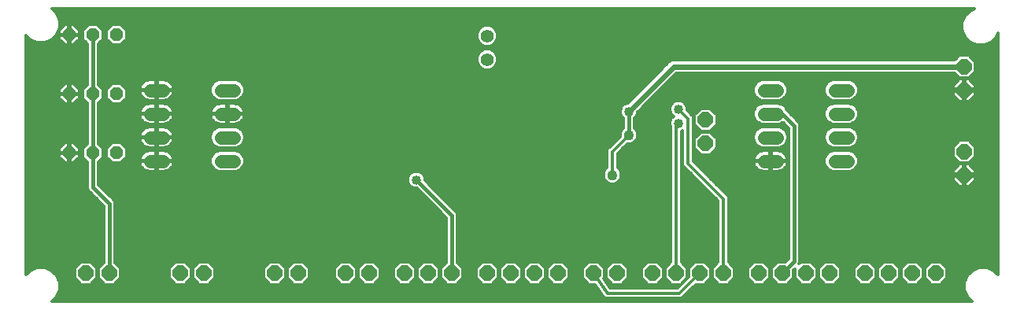
<source format=gbl>
G75*
G70*
%OFA0B0*%
%FSLAX24Y24*%
%IPPOS*%
%LPD*%
%AMOC8*
5,1,8,0,0,1.08239X$1,22.5*
%
%ADD10C,0.0560*%
%ADD11OC8,0.0640*%
%ADD12OC8,0.0560*%
%ADD13C,0.0560*%
%ADD14C,0.0120*%
%ADD15C,0.0436*%
%ADD16C,0.0160*%
%ADD17C,0.0400*%
%ADD18C,0.0240*%
D10*
X005581Y006261D02*
X006141Y006261D01*
X008581Y006261D02*
X009141Y006261D01*
X009141Y007261D02*
X008581Y007261D01*
X006141Y007261D02*
X005581Y007261D01*
X005581Y008261D02*
X006141Y008261D01*
X008581Y008261D02*
X009141Y008261D01*
X009141Y009261D02*
X008581Y009261D01*
X006141Y009261D02*
X005581Y009261D01*
X031581Y009261D02*
X032141Y009261D01*
X034581Y009261D02*
X035141Y009261D01*
X035141Y008261D02*
X034581Y008261D01*
X032141Y008261D02*
X031581Y008261D01*
X031581Y007261D02*
X032141Y007261D01*
X034581Y007261D02*
X035141Y007261D01*
X035141Y006261D02*
X034581Y006261D01*
X032141Y006261D02*
X031581Y006261D01*
D11*
X029111Y007011D03*
X029111Y008011D03*
X040061Y009261D03*
X040061Y010261D03*
X040061Y006661D03*
X040061Y005661D03*
X038861Y001511D03*
X037861Y001511D03*
X036861Y001511D03*
X035861Y001511D03*
X034361Y001511D03*
X033361Y001511D03*
X032361Y001511D03*
X031361Y001511D03*
X029861Y001511D03*
X028861Y001511D03*
X027861Y001511D03*
X026861Y001511D03*
X025361Y001511D03*
X024361Y001511D03*
X022861Y001511D03*
X021861Y001511D03*
X020861Y001511D03*
X019861Y001511D03*
X018361Y001511D03*
X017361Y001511D03*
X016361Y001511D03*
X014861Y001511D03*
X013861Y001511D03*
X011861Y001511D03*
X010861Y001511D03*
X007861Y001511D03*
X006861Y001511D03*
X003861Y001511D03*
X002861Y001511D03*
D12*
X003161Y006611D03*
X002161Y006611D03*
X004161Y006611D03*
X004161Y009111D03*
X003161Y009111D03*
X002161Y009111D03*
X002161Y011611D03*
X003161Y011611D03*
X004161Y011611D03*
D13*
X019861Y011561D03*
X019861Y010561D03*
D14*
X001631Y000514D02*
X001438Y000321D01*
X040384Y000321D01*
X040192Y000514D01*
X040071Y000804D01*
X040071Y001118D01*
X040192Y001409D01*
X040414Y001631D01*
X040704Y001751D01*
X041018Y001751D01*
X041309Y001631D01*
X041501Y001438D01*
X041501Y011684D01*
X041431Y011514D01*
X041209Y011292D01*
X040918Y011171D01*
X040604Y011171D01*
X040314Y011292D01*
X040092Y011514D01*
X039971Y011804D01*
X039971Y012118D01*
X040092Y012409D01*
X040314Y012631D01*
X040484Y012701D01*
X001438Y012701D01*
X001631Y012509D01*
X001751Y012218D01*
X001751Y011904D01*
X001631Y011614D01*
X001409Y011392D01*
X001118Y011271D01*
X000804Y011271D01*
X000514Y011392D01*
X000321Y011584D01*
X000321Y001438D01*
X000514Y001631D01*
X000804Y001751D01*
X001118Y001751D01*
X001409Y001631D01*
X001631Y001409D01*
X001751Y001118D01*
X001751Y000804D01*
X001631Y000514D01*
X001632Y000517D02*
X024794Y000517D01*
X024792Y000519D02*
X024834Y000460D01*
X024855Y000456D01*
X024870Y000441D01*
X024942Y000441D01*
X025014Y000429D01*
X025031Y000441D01*
X027920Y000441D01*
X028102Y000441D01*
X028692Y001031D01*
X029060Y001031D01*
X029341Y001312D01*
X029341Y001710D01*
X029060Y001991D01*
X028662Y001991D01*
X028381Y001710D01*
X028381Y001342D01*
X027920Y000881D01*
X025075Y000881D01*
X024800Y001271D01*
X024841Y001312D01*
X024841Y001710D01*
X024560Y001991D01*
X024162Y001991D01*
X023881Y001710D01*
X023881Y001312D01*
X024162Y001031D01*
X024431Y001031D01*
X024741Y000591D01*
X024741Y000570D01*
X024792Y000519D01*
X024710Y000635D02*
X001681Y000635D01*
X001730Y000754D02*
X024626Y000754D01*
X024543Y000873D02*
X001751Y000873D01*
X001751Y000991D02*
X024459Y000991D01*
X024084Y001110D02*
X023138Y001110D01*
X023060Y001031D02*
X022662Y001031D01*
X022381Y001312D01*
X022381Y001710D01*
X022662Y001991D01*
X023060Y001991D01*
X023341Y001710D01*
X023341Y001312D01*
X023060Y001031D01*
X023257Y001228D02*
X023966Y001228D01*
X023881Y001347D02*
X023341Y001347D01*
X023341Y001465D02*
X023881Y001465D01*
X023881Y001584D02*
X023341Y001584D01*
X023341Y001702D02*
X023881Y001702D01*
X023992Y001821D02*
X023230Y001821D01*
X023112Y001939D02*
X024111Y001939D01*
X024612Y001939D02*
X025111Y001939D01*
X025162Y001991D02*
X024881Y001710D01*
X024881Y001312D01*
X025162Y001031D01*
X025560Y001031D01*
X025841Y001312D01*
X025841Y001710D01*
X025560Y001991D01*
X025162Y001991D01*
X025612Y001939D02*
X026611Y001939D01*
X026662Y001991D02*
X026381Y001710D01*
X026381Y001312D01*
X026662Y001031D01*
X027060Y001031D01*
X027341Y001312D01*
X027341Y001710D01*
X027060Y001991D01*
X026662Y001991D01*
X027112Y001939D02*
X027611Y001939D01*
X027641Y001970D02*
X027381Y001710D01*
X027381Y001312D01*
X027662Y001031D01*
X028060Y001031D01*
X028341Y001312D01*
X028341Y001710D01*
X028081Y001970D01*
X028081Y007521D01*
X028141Y007546D01*
X028141Y006252D01*
X028141Y006070D01*
X029641Y004570D01*
X029641Y001970D01*
X029381Y001710D01*
X029381Y001312D01*
X029662Y001031D01*
X030060Y001031D01*
X030341Y001312D01*
X030341Y001710D01*
X030081Y001970D01*
X030081Y004752D01*
X029952Y004881D01*
X028581Y006252D01*
X028581Y008152D01*
X028452Y008281D01*
X028321Y008412D01*
X028321Y008533D01*
X028266Y008665D01*
X028165Y008766D01*
X028033Y008821D01*
X027890Y008821D01*
X027757Y008766D01*
X027656Y008665D01*
X027601Y008533D01*
X027601Y008390D01*
X027656Y008257D01*
X027752Y008161D01*
X027656Y008065D01*
X027601Y007933D01*
X027601Y007790D01*
X027641Y007693D01*
X027641Y007670D01*
X027641Y001970D01*
X027641Y002058D02*
X018601Y002058D01*
X018601Y001950D02*
X018601Y003914D01*
X018601Y004009D01*
X018565Y004097D01*
X017221Y005441D01*
X017221Y005533D01*
X017166Y005665D01*
X017065Y005766D01*
X016933Y005821D01*
X016790Y005821D01*
X016657Y005766D01*
X016556Y005665D01*
X016501Y005533D01*
X016501Y005390D01*
X016556Y005257D01*
X016657Y005156D01*
X016790Y005101D01*
X016882Y005101D01*
X018121Y003862D01*
X018121Y001950D01*
X017881Y001710D01*
X017881Y001312D01*
X018162Y001031D01*
X018560Y001031D01*
X018841Y001312D01*
X018841Y001710D01*
X018601Y001950D01*
X018612Y001939D02*
X019611Y001939D01*
X019662Y001991D02*
X019381Y001710D01*
X019381Y001312D01*
X019662Y001031D01*
X020060Y001031D01*
X020341Y001312D01*
X020341Y001710D01*
X020060Y001991D01*
X019662Y001991D01*
X020112Y001939D02*
X020611Y001939D01*
X020662Y001991D02*
X020381Y001710D01*
X020381Y001312D01*
X020662Y001031D01*
X021060Y001031D01*
X021341Y001312D01*
X021341Y001710D01*
X021060Y001991D01*
X020662Y001991D01*
X021112Y001939D02*
X021611Y001939D01*
X021662Y001991D02*
X021381Y001710D01*
X021381Y001312D01*
X021662Y001031D01*
X022060Y001031D01*
X022341Y001312D01*
X022341Y001710D01*
X022060Y001991D01*
X021662Y001991D01*
X022112Y001939D02*
X022611Y001939D01*
X022492Y001821D02*
X022230Y001821D01*
X022341Y001702D02*
X022381Y001702D01*
X022381Y001584D02*
X022341Y001584D01*
X022341Y001465D02*
X022381Y001465D01*
X022381Y001347D02*
X022341Y001347D01*
X022257Y001228D02*
X022466Y001228D01*
X022584Y001110D02*
X022138Y001110D01*
X021584Y001110D02*
X021138Y001110D01*
X021257Y001228D02*
X021466Y001228D01*
X021381Y001347D02*
X021341Y001347D01*
X021341Y001465D02*
X021381Y001465D01*
X021381Y001584D02*
X021341Y001584D01*
X021341Y001702D02*
X021381Y001702D01*
X021492Y001821D02*
X021230Y001821D01*
X020492Y001821D02*
X020230Y001821D01*
X020341Y001702D02*
X020381Y001702D01*
X020381Y001584D02*
X020341Y001584D01*
X020341Y001465D02*
X020381Y001465D01*
X020381Y001347D02*
X020341Y001347D01*
X020257Y001228D02*
X020466Y001228D01*
X020584Y001110D02*
X020138Y001110D01*
X019584Y001110D02*
X018638Y001110D01*
X018757Y001228D02*
X019466Y001228D01*
X019381Y001347D02*
X018841Y001347D01*
X018841Y001465D02*
X019381Y001465D01*
X019381Y001584D02*
X018841Y001584D01*
X018841Y001702D02*
X019381Y001702D01*
X019492Y001821D02*
X018730Y001821D01*
X018111Y001939D02*
X017612Y001939D01*
X017560Y001991D02*
X017162Y001991D01*
X016881Y001710D01*
X016881Y001312D01*
X017162Y001031D01*
X017560Y001031D01*
X017841Y001312D01*
X017841Y001710D01*
X017560Y001991D01*
X017111Y001939D02*
X016612Y001939D01*
X016560Y001991D02*
X016162Y001991D01*
X015881Y001710D01*
X015881Y001312D01*
X016162Y001031D01*
X016560Y001031D01*
X016841Y001312D01*
X016841Y001710D01*
X016560Y001991D01*
X016111Y001939D02*
X015112Y001939D01*
X015060Y001991D02*
X014662Y001991D01*
X014381Y001710D01*
X014381Y001312D01*
X014662Y001031D01*
X015060Y001031D01*
X015341Y001312D01*
X015341Y001710D01*
X015060Y001991D01*
X015230Y001821D02*
X015992Y001821D01*
X015881Y001702D02*
X015341Y001702D01*
X015341Y001584D02*
X015881Y001584D01*
X015881Y001465D02*
X015341Y001465D01*
X015341Y001347D02*
X015881Y001347D01*
X015966Y001228D02*
X015257Y001228D01*
X015138Y001110D02*
X016084Y001110D01*
X016638Y001110D02*
X017084Y001110D01*
X016966Y001228D02*
X016757Y001228D01*
X016841Y001347D02*
X016881Y001347D01*
X016881Y001465D02*
X016841Y001465D01*
X016841Y001584D02*
X016881Y001584D01*
X016881Y001702D02*
X016841Y001702D01*
X016730Y001821D02*
X016992Y001821D01*
X017730Y001821D02*
X017992Y001821D01*
X017881Y001702D02*
X017841Y001702D01*
X017841Y001584D02*
X017881Y001584D01*
X017881Y001465D02*
X017841Y001465D01*
X017841Y001347D02*
X017881Y001347D01*
X017966Y001228D02*
X017757Y001228D01*
X017638Y001110D02*
X018084Y001110D01*
X018121Y002058D02*
X004101Y002058D01*
X004101Y001950D02*
X004101Y004509D01*
X004065Y004597D01*
X003997Y004665D01*
X003401Y005261D01*
X003401Y006229D01*
X003601Y006429D01*
X003601Y006793D01*
X003401Y006993D01*
X003401Y008729D01*
X003601Y008929D01*
X003601Y009293D01*
X003401Y009493D01*
X003401Y011229D01*
X003601Y011429D01*
X003601Y011793D01*
X003343Y012051D01*
X002979Y012051D01*
X002721Y011793D01*
X002721Y011429D01*
X002921Y011229D01*
X002921Y009493D01*
X002721Y009293D01*
X002721Y008929D01*
X002921Y008729D01*
X002921Y006993D01*
X002721Y006793D01*
X002721Y006429D01*
X002921Y006229D01*
X002921Y005209D01*
X002921Y005114D01*
X002958Y005025D01*
X003621Y004362D01*
X003621Y001950D01*
X003381Y001710D01*
X003381Y001312D01*
X003662Y001031D01*
X004060Y001031D01*
X004341Y001312D01*
X004341Y001710D01*
X004101Y001950D01*
X004112Y001939D02*
X006611Y001939D01*
X006662Y001991D02*
X006381Y001710D01*
X006381Y001312D01*
X006662Y001031D01*
X007060Y001031D01*
X007341Y001312D01*
X007341Y001710D01*
X007060Y001991D01*
X006662Y001991D01*
X006492Y001821D02*
X004230Y001821D01*
X004341Y001702D02*
X006381Y001702D01*
X006381Y001584D02*
X004341Y001584D01*
X004341Y001465D02*
X006381Y001465D01*
X006381Y001347D02*
X004341Y001347D01*
X004257Y001228D02*
X006466Y001228D01*
X006584Y001110D02*
X004138Y001110D01*
X003584Y001110D02*
X003138Y001110D01*
X003060Y001031D02*
X002662Y001031D01*
X002381Y001312D01*
X002381Y001710D01*
X002662Y001991D01*
X003060Y001991D01*
X003341Y001710D01*
X003341Y001312D01*
X003060Y001031D01*
X002584Y001110D02*
X001751Y001110D01*
X001706Y001228D02*
X002466Y001228D01*
X002381Y001347D02*
X001657Y001347D01*
X001574Y001465D02*
X002381Y001465D01*
X002381Y001584D02*
X001456Y001584D01*
X001236Y001702D02*
X002381Y001702D01*
X002492Y001821D02*
X000321Y001821D01*
X000321Y001939D02*
X002611Y001939D01*
X003112Y001939D02*
X003611Y001939D01*
X003621Y002058D02*
X000321Y002058D01*
X000321Y002176D02*
X003621Y002176D01*
X003621Y002295D02*
X000321Y002295D01*
X000321Y002414D02*
X003621Y002414D01*
X003621Y002532D02*
X000321Y002532D01*
X000321Y002651D02*
X003621Y002651D01*
X003621Y002769D02*
X000321Y002769D01*
X000321Y002888D02*
X003621Y002888D01*
X003621Y003006D02*
X000321Y003006D01*
X000321Y003125D02*
X003621Y003125D01*
X003621Y003243D02*
X000321Y003243D01*
X000321Y003362D02*
X003621Y003362D01*
X003621Y003480D02*
X000321Y003480D01*
X000321Y003599D02*
X003621Y003599D01*
X003621Y003718D02*
X000321Y003718D01*
X000321Y003836D02*
X003621Y003836D01*
X003621Y003955D02*
X000321Y003955D01*
X000321Y004073D02*
X003621Y004073D01*
X003621Y004192D02*
X000321Y004192D01*
X000321Y004310D02*
X003621Y004310D01*
X003554Y004429D02*
X000321Y004429D01*
X000321Y004547D02*
X003436Y004547D01*
X003317Y004666D02*
X000321Y004666D01*
X000321Y004784D02*
X003199Y004784D01*
X003080Y004903D02*
X000321Y004903D01*
X000321Y005022D02*
X002962Y005022D01*
X002921Y005140D02*
X000321Y005140D01*
X000321Y005259D02*
X002921Y005259D01*
X002921Y005377D02*
X000321Y005377D01*
X000321Y005496D02*
X002921Y005496D01*
X002921Y005614D02*
X000321Y005614D01*
X000321Y005733D02*
X002921Y005733D01*
X002921Y005851D02*
X000321Y005851D01*
X000321Y005970D02*
X002921Y005970D01*
X002921Y006088D02*
X000321Y006088D01*
X000321Y006207D02*
X001943Y006207D01*
X001979Y006171D02*
X002141Y006171D01*
X002141Y006591D01*
X002181Y006591D01*
X002181Y006171D01*
X002343Y006171D01*
X002601Y006429D01*
X002601Y006591D01*
X002181Y006591D01*
X002181Y006631D01*
X002601Y006631D01*
X002601Y006793D01*
X002343Y007051D01*
X002181Y007051D01*
X002181Y006631D01*
X002141Y006631D01*
X002141Y006591D01*
X001721Y006591D01*
X001721Y006429D01*
X001979Y006171D01*
X002141Y006207D02*
X002181Y006207D01*
X002181Y006326D02*
X002141Y006326D01*
X002141Y006444D02*
X002181Y006444D01*
X002181Y006563D02*
X002141Y006563D01*
X002141Y006631D02*
X001721Y006631D01*
X001721Y006793D01*
X001979Y007051D01*
X002141Y007051D01*
X002141Y006631D01*
X002141Y006681D02*
X002181Y006681D01*
X002181Y006800D02*
X002141Y006800D01*
X002141Y006918D02*
X002181Y006918D01*
X002181Y007037D02*
X002141Y007037D01*
X001965Y007037D02*
X000321Y007037D01*
X000321Y007155D02*
X002921Y007155D01*
X002921Y007037D02*
X002358Y007037D01*
X002476Y006918D02*
X002846Y006918D01*
X002728Y006800D02*
X002595Y006800D01*
X002601Y006681D02*
X002721Y006681D01*
X002721Y006563D02*
X002601Y006563D01*
X002601Y006444D02*
X002721Y006444D01*
X002825Y006326D02*
X002498Y006326D01*
X002379Y006207D02*
X002921Y006207D01*
X003401Y006207D02*
X003943Y006207D01*
X003979Y006171D02*
X004343Y006171D01*
X004601Y006429D01*
X004601Y006793D01*
X004343Y007051D01*
X003979Y007051D01*
X003721Y006793D01*
X003721Y006429D01*
X003979Y006171D01*
X003825Y006326D02*
X003498Y006326D01*
X003601Y006444D02*
X003721Y006444D01*
X003721Y006563D02*
X003601Y006563D01*
X003601Y006681D02*
X003721Y006681D01*
X003727Y006800D02*
X003595Y006800D01*
X003476Y006918D02*
X003846Y006918D01*
X003965Y007037D02*
X003401Y007037D01*
X003401Y007155D02*
X005153Y007155D01*
X005152Y007158D02*
X005174Y007092D01*
X005205Y007031D01*
X005246Y006975D01*
X005295Y006926D01*
X005351Y006885D01*
X005412Y006854D01*
X005478Y006832D01*
X005547Y006821D01*
X005841Y006821D01*
X005841Y007241D01*
X005881Y007241D01*
X005881Y006821D01*
X006176Y006821D01*
X006244Y006832D01*
X006310Y006854D01*
X006372Y006885D01*
X006428Y006926D01*
X006477Y006975D01*
X006518Y007031D01*
X006549Y007092D01*
X006570Y007158D01*
X006581Y007227D01*
X006581Y007241D01*
X005881Y007241D01*
X005881Y007281D01*
X005841Y007281D01*
X005841Y007241D01*
X005141Y007241D01*
X005141Y007227D01*
X005152Y007158D01*
X005141Y007281D02*
X005841Y007281D01*
X005841Y007701D01*
X005547Y007701D01*
X005478Y007690D01*
X005412Y007669D01*
X005351Y007638D01*
X005295Y007597D01*
X005246Y007548D01*
X005205Y007492D01*
X005174Y007430D01*
X005152Y007364D01*
X005141Y007296D01*
X005141Y007281D01*
X005161Y007392D02*
X003401Y007392D01*
X003401Y007274D02*
X005841Y007274D01*
X005881Y007274D02*
X008141Y007274D01*
X008141Y007349D02*
X008141Y007174D01*
X008208Y007012D01*
X008332Y006888D01*
X008494Y006821D01*
X009229Y006821D01*
X009390Y006888D01*
X009514Y007012D01*
X009581Y007174D01*
X009581Y007349D01*
X009514Y007510D01*
X009390Y007634D01*
X009229Y007701D01*
X008494Y007701D01*
X008332Y007634D01*
X008208Y007510D01*
X008141Y007349D01*
X008159Y007392D02*
X006561Y007392D01*
X006570Y007364D02*
X006549Y007430D01*
X006518Y007492D01*
X006477Y007548D01*
X006428Y007597D01*
X006372Y007638D01*
X006310Y007669D01*
X006244Y007690D01*
X006176Y007701D01*
X005881Y007701D01*
X005881Y007281D01*
X006581Y007281D01*
X006581Y007296D01*
X006570Y007364D01*
X006504Y007511D02*
X008209Y007511D01*
X008327Y007629D02*
X006383Y007629D01*
X005881Y007629D02*
X005841Y007629D01*
X005841Y007511D02*
X005881Y007511D01*
X005881Y007392D02*
X005841Y007392D01*
X005219Y007511D02*
X003401Y007511D01*
X003401Y007629D02*
X005340Y007629D01*
X005412Y007854D02*
X005478Y007832D01*
X005547Y007821D01*
X005841Y007821D01*
X005841Y008241D01*
X005881Y008241D01*
X005881Y007821D01*
X006176Y007821D01*
X006244Y007832D01*
X006310Y007854D01*
X006372Y007885D01*
X006428Y007926D01*
X006477Y007975D01*
X006518Y008031D01*
X006549Y008092D01*
X006570Y008158D01*
X006581Y008227D01*
X006581Y008241D01*
X005881Y008241D01*
X005881Y008281D01*
X005841Y008281D01*
X005841Y008241D01*
X005141Y008241D01*
X005141Y008227D01*
X005152Y008158D01*
X005174Y008092D01*
X005205Y008031D01*
X005246Y007975D01*
X005295Y007926D01*
X005351Y007885D01*
X005412Y007854D01*
X005387Y007867D02*
X003401Y007867D01*
X003401Y007985D02*
X005238Y007985D01*
X005170Y008104D02*
X003401Y008104D01*
X003401Y008222D02*
X005142Y008222D01*
X005141Y008281D02*
X005841Y008281D01*
X005841Y008701D01*
X005547Y008701D01*
X005478Y008690D01*
X005412Y008669D01*
X005351Y008638D01*
X005295Y008597D01*
X005246Y008548D01*
X005205Y008492D01*
X005174Y008430D01*
X005152Y008364D01*
X005141Y008296D01*
X005141Y008281D01*
X005148Y008341D02*
X003401Y008341D01*
X003401Y008459D02*
X005188Y008459D01*
X005276Y008578D02*
X003401Y008578D01*
X003401Y008696D02*
X003954Y008696D01*
X003979Y008671D02*
X004343Y008671D01*
X004601Y008929D01*
X004601Y009293D01*
X004343Y009551D01*
X003979Y009551D01*
X003721Y009293D01*
X003721Y008929D01*
X003979Y008671D01*
X003835Y008815D02*
X003487Y008815D01*
X003601Y008933D02*
X003721Y008933D01*
X003721Y009052D02*
X003601Y009052D01*
X003601Y009171D02*
X003721Y009171D01*
X003721Y009289D02*
X003601Y009289D01*
X003487Y009408D02*
X003835Y009408D01*
X003954Y009526D02*
X003401Y009526D01*
X003401Y009645D02*
X005365Y009645D01*
X005351Y009638D02*
X005412Y009669D01*
X005478Y009690D01*
X005547Y009701D01*
X005841Y009701D01*
X005841Y009281D01*
X005841Y009241D01*
X005881Y009241D01*
X005881Y008821D01*
X006176Y008821D01*
X006244Y008832D01*
X006310Y008854D01*
X006372Y008885D01*
X006428Y008926D01*
X006477Y008975D01*
X006518Y009031D01*
X006549Y009092D01*
X006570Y009158D01*
X006581Y009227D01*
X006581Y009241D01*
X005881Y009241D01*
X005881Y009281D01*
X005841Y009281D01*
X005141Y009281D01*
X005141Y009296D01*
X005152Y009364D01*
X005174Y009430D01*
X005205Y009492D01*
X005246Y009548D01*
X005295Y009597D01*
X005351Y009638D01*
X005230Y009526D02*
X004369Y009526D01*
X004487Y009408D02*
X005166Y009408D01*
X005141Y009289D02*
X004601Y009289D01*
X004601Y009171D02*
X005150Y009171D01*
X005152Y009158D02*
X005174Y009092D01*
X005205Y009031D01*
X005246Y008975D01*
X005295Y008926D01*
X005351Y008885D01*
X005412Y008854D01*
X005478Y008832D01*
X005547Y008821D01*
X005841Y008821D01*
X005841Y009241D01*
X005141Y009241D01*
X005141Y009227D01*
X005152Y009158D01*
X005194Y009052D02*
X004601Y009052D01*
X004601Y008933D02*
X005287Y008933D01*
X005841Y008933D02*
X005881Y008933D01*
X005881Y009052D02*
X005841Y009052D01*
X005841Y009171D02*
X005881Y009171D01*
X005881Y009281D02*
X006581Y009281D01*
X006581Y009296D01*
X006570Y009364D01*
X006549Y009430D01*
X006518Y009492D01*
X006477Y009548D01*
X006428Y009597D01*
X006372Y009638D01*
X006310Y009669D01*
X006244Y009690D01*
X006176Y009701D01*
X005881Y009701D01*
X005881Y009281D01*
X005881Y009289D02*
X005841Y009289D01*
X005841Y009408D02*
X005881Y009408D01*
X005881Y009526D02*
X005841Y009526D01*
X005841Y009645D02*
X005881Y009645D01*
X006358Y009645D02*
X008357Y009645D01*
X008332Y009634D02*
X008208Y009510D01*
X008141Y009349D01*
X008141Y009174D01*
X008208Y009012D01*
X008332Y008888D01*
X008494Y008821D01*
X009229Y008821D01*
X009390Y008888D01*
X009514Y009012D01*
X009581Y009174D01*
X009581Y009349D01*
X009514Y009510D01*
X009390Y009634D01*
X009229Y009701D01*
X008494Y009701D01*
X008332Y009634D01*
X008224Y009526D02*
X006493Y009526D01*
X006556Y009408D02*
X008166Y009408D01*
X008141Y009289D02*
X006581Y009289D01*
X006572Y009171D02*
X008143Y009171D01*
X008192Y009052D02*
X006528Y009052D01*
X006436Y008933D02*
X008287Y008933D01*
X008412Y008669D02*
X008351Y008638D01*
X008295Y008597D01*
X008246Y008548D01*
X008205Y008492D01*
X008174Y008430D01*
X008152Y008364D01*
X008141Y008296D01*
X008141Y008281D01*
X008841Y008281D01*
X008841Y008241D01*
X008881Y008241D01*
X008881Y007821D01*
X009176Y007821D01*
X009244Y007832D01*
X009310Y007854D01*
X009372Y007885D01*
X009428Y007926D01*
X009477Y007975D01*
X009518Y008031D01*
X009549Y008092D01*
X009570Y008158D01*
X009581Y008227D01*
X009581Y008241D01*
X008881Y008241D01*
X008881Y008281D01*
X008841Y008281D01*
X008841Y008701D01*
X008547Y008701D01*
X008478Y008690D01*
X008412Y008669D01*
X008516Y008696D02*
X006206Y008696D01*
X006176Y008701D02*
X005881Y008701D01*
X005881Y008281D01*
X006581Y008281D01*
X006581Y008296D01*
X006570Y008364D01*
X006549Y008430D01*
X006518Y008492D01*
X006477Y008548D01*
X006428Y008597D01*
X006372Y008638D01*
X006310Y008669D01*
X006244Y008690D01*
X006176Y008701D01*
X005881Y008696D02*
X005841Y008696D01*
X005841Y008578D02*
X005881Y008578D01*
X005881Y008459D02*
X005841Y008459D01*
X005841Y008341D02*
X005881Y008341D01*
X005881Y008222D02*
X005841Y008222D01*
X005841Y008104D02*
X005881Y008104D01*
X005881Y007985D02*
X005841Y007985D01*
X005841Y007867D02*
X005881Y007867D01*
X006336Y007867D02*
X008387Y007867D01*
X008412Y007854D02*
X008478Y007832D01*
X008547Y007821D01*
X008841Y007821D01*
X008841Y008241D01*
X008141Y008241D01*
X008141Y008227D01*
X008152Y008158D01*
X008174Y008092D01*
X008205Y008031D01*
X008246Y007975D01*
X008295Y007926D01*
X008351Y007885D01*
X008412Y007854D01*
X008238Y007985D02*
X006484Y007985D01*
X006553Y008104D02*
X008170Y008104D01*
X008142Y008222D02*
X006581Y008222D01*
X006574Y008341D02*
X008148Y008341D01*
X008188Y008459D02*
X006534Y008459D01*
X006447Y008578D02*
X008276Y008578D01*
X008841Y008578D02*
X008881Y008578D01*
X008881Y008696D02*
X008841Y008696D01*
X008881Y008701D02*
X008881Y008281D01*
X009581Y008281D01*
X009581Y008296D01*
X009570Y008364D01*
X009549Y008430D01*
X009518Y008492D01*
X009477Y008548D01*
X009428Y008597D01*
X009372Y008638D01*
X009310Y008669D01*
X009244Y008690D01*
X009176Y008701D01*
X008881Y008701D01*
X009206Y008696D02*
X025730Y008696D01*
X025790Y008721D02*
X025657Y008666D01*
X025556Y008565D01*
X025501Y008433D01*
X025501Y008290D01*
X025556Y008157D01*
X025621Y008092D01*
X025621Y007656D01*
X025541Y007575D01*
X025483Y007436D01*
X025483Y007294D01*
X024941Y006752D01*
X024941Y006570D01*
X024941Y005976D01*
X024841Y005875D01*
X024783Y005736D01*
X024783Y005586D01*
X024841Y005447D01*
X024947Y005341D01*
X025086Y005283D01*
X025236Y005283D01*
X025375Y005341D01*
X025482Y005447D01*
X025539Y005586D01*
X025539Y005736D01*
X025482Y005875D01*
X025381Y005976D01*
X025381Y006570D01*
X025794Y006983D01*
X025936Y006983D01*
X026075Y007041D01*
X026182Y007147D01*
X026239Y007286D01*
X026239Y007436D01*
X026182Y007575D01*
X026101Y007656D01*
X026101Y008092D01*
X026166Y008157D01*
X026221Y008290D01*
X026221Y008325D01*
X027877Y009981D01*
X039662Y009981D01*
X039862Y009781D01*
X040260Y009781D01*
X040541Y010062D01*
X040541Y010460D01*
X040260Y010741D01*
X039862Y010741D01*
X039662Y010541D01*
X027817Y010541D01*
X027706Y010541D01*
X027603Y010499D01*
X025825Y008721D01*
X025790Y008721D01*
X025919Y008815D02*
X004487Y008815D01*
X004369Y008696D02*
X005516Y008696D01*
X003401Y007748D02*
X025621Y007748D01*
X025621Y007867D02*
X009336Y007867D01*
X009484Y007985D02*
X025621Y007985D01*
X025610Y008104D02*
X009553Y008104D01*
X009581Y008222D02*
X025529Y008222D01*
X025501Y008341D02*
X009574Y008341D01*
X009534Y008459D02*
X025512Y008459D01*
X025569Y008578D02*
X009447Y008578D01*
X008881Y008459D02*
X008841Y008459D01*
X008841Y008341D02*
X008881Y008341D01*
X008881Y008222D02*
X008841Y008222D01*
X008841Y008104D02*
X008881Y008104D01*
X008881Y007985D02*
X008841Y007985D01*
X008841Y007867D02*
X008881Y007867D01*
X009395Y007629D02*
X025595Y007629D01*
X025514Y007511D02*
X009514Y007511D01*
X009563Y007392D02*
X025483Y007392D01*
X025463Y007274D02*
X009581Y007274D01*
X009574Y007155D02*
X025344Y007155D01*
X025226Y007037D02*
X009524Y007037D01*
X009420Y006918D02*
X025107Y006918D01*
X024989Y006800D02*
X004595Y006800D01*
X004601Y006681D02*
X005450Y006681D01*
X005478Y006690D02*
X005412Y006669D01*
X005351Y006638D01*
X005295Y006597D01*
X005246Y006548D01*
X005205Y006492D01*
X005174Y006430D01*
X005152Y006364D01*
X005141Y006296D01*
X005141Y006281D01*
X005841Y006281D01*
X005841Y006241D01*
X005881Y006241D01*
X005881Y005821D01*
X006176Y005821D01*
X006244Y005832D01*
X006310Y005854D01*
X006372Y005885D01*
X006428Y005926D01*
X006477Y005975D01*
X006518Y006031D01*
X006549Y006092D01*
X006570Y006158D01*
X006581Y006227D01*
X006581Y006241D01*
X005881Y006241D01*
X005881Y006281D01*
X005841Y006281D01*
X005841Y006701D01*
X005547Y006701D01*
X005478Y006690D01*
X005260Y006563D02*
X004601Y006563D01*
X004601Y006444D02*
X005181Y006444D01*
X005146Y006326D02*
X004498Y006326D01*
X004379Y006207D02*
X005144Y006207D01*
X005141Y006227D02*
X005152Y006158D01*
X005174Y006092D01*
X005205Y006031D01*
X005246Y005975D01*
X005295Y005926D01*
X005351Y005885D01*
X005412Y005854D01*
X005478Y005832D01*
X005547Y005821D01*
X005841Y005821D01*
X005841Y006241D01*
X005141Y006241D01*
X005141Y006227D01*
X005175Y006088D02*
X003401Y006088D01*
X003401Y005970D02*
X005250Y005970D01*
X005419Y005851D02*
X003401Y005851D01*
X003401Y005733D02*
X016624Y005733D01*
X016535Y005614D02*
X003401Y005614D01*
X003401Y005496D02*
X016501Y005496D01*
X016506Y005377D02*
X003401Y005377D01*
X003403Y005259D02*
X016556Y005259D01*
X016696Y005140D02*
X003522Y005140D01*
X003640Y005022D02*
X016962Y005022D01*
X017080Y004903D02*
X003759Y004903D01*
X003877Y004784D02*
X017199Y004784D01*
X017317Y004666D02*
X003996Y004666D01*
X004085Y004547D02*
X017436Y004547D01*
X017554Y004429D02*
X004101Y004429D01*
X004101Y004310D02*
X017673Y004310D01*
X017791Y004192D02*
X004101Y004192D01*
X004101Y004073D02*
X017910Y004073D01*
X018028Y003955D02*
X004101Y003955D01*
X004101Y003836D02*
X018121Y003836D01*
X018121Y003718D02*
X004101Y003718D01*
X004101Y003599D02*
X018121Y003599D01*
X018121Y003480D02*
X004101Y003480D01*
X004101Y003362D02*
X018121Y003362D01*
X018121Y003243D02*
X004101Y003243D01*
X004101Y003125D02*
X018121Y003125D01*
X018121Y003006D02*
X004101Y003006D01*
X004101Y002888D02*
X018121Y002888D01*
X018121Y002769D02*
X004101Y002769D01*
X004101Y002651D02*
X018121Y002651D01*
X018121Y002532D02*
X004101Y002532D01*
X004101Y002414D02*
X018121Y002414D01*
X018121Y002295D02*
X004101Y002295D01*
X004101Y002176D02*
X018121Y002176D01*
X018601Y002176D02*
X027641Y002176D01*
X027641Y002295D02*
X018601Y002295D01*
X018601Y002414D02*
X027641Y002414D01*
X027641Y002532D02*
X018601Y002532D01*
X018601Y002651D02*
X027641Y002651D01*
X027641Y002769D02*
X018601Y002769D01*
X018601Y002888D02*
X027641Y002888D01*
X027641Y003006D02*
X018601Y003006D01*
X018601Y003125D02*
X027641Y003125D01*
X027641Y003243D02*
X018601Y003243D01*
X018601Y003362D02*
X027641Y003362D01*
X027641Y003480D02*
X018601Y003480D01*
X018601Y003599D02*
X027641Y003599D01*
X027641Y003718D02*
X018601Y003718D01*
X018601Y003836D02*
X027641Y003836D01*
X027641Y003955D02*
X018601Y003955D01*
X018575Y004073D02*
X027641Y004073D01*
X027641Y004192D02*
X018470Y004192D01*
X018352Y004310D02*
X027641Y004310D01*
X027641Y004429D02*
X018233Y004429D01*
X018115Y004547D02*
X027641Y004547D01*
X027641Y004666D02*
X017996Y004666D01*
X017877Y004784D02*
X027641Y004784D01*
X027641Y004903D02*
X017759Y004903D01*
X017640Y005022D02*
X027641Y005022D01*
X027641Y005140D02*
X017522Y005140D01*
X017403Y005259D02*
X027641Y005259D01*
X027641Y005377D02*
X025412Y005377D01*
X025502Y005496D02*
X027641Y005496D01*
X027641Y005614D02*
X025539Y005614D01*
X025539Y005733D02*
X027641Y005733D01*
X027641Y005851D02*
X025492Y005851D01*
X025387Y005970D02*
X027641Y005970D01*
X027641Y006088D02*
X025381Y006088D01*
X025381Y006207D02*
X027641Y006207D01*
X027641Y006326D02*
X025381Y006326D01*
X025381Y006444D02*
X027641Y006444D01*
X027641Y006563D02*
X025381Y006563D01*
X025492Y006681D02*
X027641Y006681D01*
X027641Y006800D02*
X025611Y006800D01*
X025729Y006918D02*
X027641Y006918D01*
X027641Y007037D02*
X026066Y007037D01*
X026185Y007155D02*
X027641Y007155D01*
X027641Y007274D02*
X026234Y007274D01*
X026239Y007392D02*
X027641Y007392D01*
X027641Y007511D02*
X026209Y007511D01*
X026128Y007629D02*
X027641Y007629D01*
X027618Y007748D02*
X026101Y007748D01*
X026101Y007867D02*
X027601Y007867D01*
X027623Y007985D02*
X026101Y007985D01*
X026113Y008104D02*
X027695Y008104D01*
X027691Y008222D02*
X026193Y008222D01*
X026237Y008341D02*
X027621Y008341D01*
X027601Y008459D02*
X026355Y008459D01*
X026474Y008578D02*
X027620Y008578D01*
X027687Y008696D02*
X026592Y008696D01*
X026711Y008815D02*
X027874Y008815D01*
X028048Y008815D02*
X039829Y008815D01*
X039862Y008781D02*
X040021Y008781D01*
X040021Y009221D01*
X040101Y009221D01*
X040101Y008781D01*
X040260Y008781D01*
X040541Y009062D01*
X040541Y009221D01*
X040101Y009221D01*
X040101Y009301D01*
X040541Y009301D01*
X040541Y009460D01*
X040260Y009741D01*
X040101Y009741D01*
X040101Y009301D01*
X040021Y009301D01*
X040021Y009221D01*
X039581Y009221D01*
X039581Y009062D01*
X039862Y008781D01*
X040021Y008815D02*
X040101Y008815D01*
X040101Y008933D02*
X040021Y008933D01*
X040021Y009052D02*
X040101Y009052D01*
X040101Y009171D02*
X040021Y009171D01*
X040021Y009289D02*
X035581Y009289D01*
X035581Y009349D02*
X035514Y009510D01*
X035390Y009634D01*
X035229Y009701D01*
X034494Y009701D01*
X034332Y009634D01*
X034208Y009510D01*
X034141Y009349D01*
X034141Y009174D01*
X034208Y009012D01*
X034332Y008888D01*
X034494Y008821D01*
X035229Y008821D01*
X035390Y008888D01*
X035514Y009012D01*
X035581Y009174D01*
X035581Y009349D01*
X035557Y009408D02*
X039581Y009408D01*
X039581Y009460D02*
X039581Y009301D01*
X040021Y009301D01*
X040021Y009741D01*
X039862Y009741D01*
X039581Y009460D01*
X039647Y009526D02*
X035499Y009526D01*
X035365Y009645D02*
X039766Y009645D01*
X039762Y009882D02*
X027778Y009882D01*
X027659Y009763D02*
X041501Y009763D01*
X041501Y009645D02*
X040357Y009645D01*
X040475Y009526D02*
X041501Y009526D01*
X041501Y009408D02*
X040541Y009408D01*
X040101Y009408D02*
X040021Y009408D01*
X040021Y009526D02*
X040101Y009526D01*
X040101Y009645D02*
X040021Y009645D01*
X040361Y009882D02*
X041501Y009882D01*
X041501Y010000D02*
X040479Y010000D01*
X040541Y010119D02*
X041501Y010119D01*
X041501Y010237D02*
X040541Y010237D01*
X040541Y010356D02*
X041501Y010356D01*
X041501Y010475D02*
X040527Y010475D01*
X040408Y010593D02*
X041501Y010593D01*
X041501Y010712D02*
X040290Y010712D01*
X039833Y010712D02*
X020275Y010712D01*
X020301Y010649D02*
X020234Y010810D01*
X020110Y010934D01*
X019949Y011001D01*
X019774Y011001D01*
X019612Y010934D01*
X019488Y010810D01*
X019421Y010649D01*
X019421Y010474D01*
X019488Y010312D01*
X019612Y010188D01*
X019774Y010121D01*
X019949Y010121D01*
X020110Y010188D01*
X020234Y010312D01*
X020301Y010474D01*
X020301Y010649D01*
X020301Y010593D02*
X039714Y010593D01*
X040569Y011186D02*
X020105Y011186D01*
X020110Y011188D02*
X020234Y011312D01*
X020301Y011474D01*
X020301Y011649D01*
X020234Y011810D01*
X020110Y011934D01*
X019949Y012001D01*
X019774Y012001D01*
X019612Y011934D01*
X019488Y011810D01*
X019421Y011649D01*
X019421Y011474D01*
X019488Y011312D01*
X019612Y011188D01*
X019774Y011121D01*
X019949Y011121D01*
X020110Y011188D01*
X020227Y011304D02*
X040301Y011304D01*
X040182Y011423D02*
X020280Y011423D01*
X020301Y011541D02*
X040080Y011541D01*
X040031Y011660D02*
X020297Y011660D01*
X020248Y011779D02*
X039982Y011779D01*
X039971Y011897D02*
X020148Y011897D01*
X019575Y011897D02*
X004498Y011897D01*
X004601Y011793D02*
X004343Y012051D01*
X003979Y012051D01*
X003721Y011793D01*
X003721Y011429D01*
X003979Y011171D01*
X004343Y011171D01*
X004601Y011429D01*
X004601Y011793D01*
X004601Y011779D02*
X019475Y011779D01*
X019426Y011660D02*
X004601Y011660D01*
X004601Y011541D02*
X019421Y011541D01*
X019442Y011423D02*
X004595Y011423D01*
X004477Y011304D02*
X019496Y011304D01*
X019618Y011186D02*
X004358Y011186D01*
X003964Y011186D02*
X003401Y011186D01*
X003401Y011067D02*
X041501Y011067D01*
X041501Y010949D02*
X020076Y010949D01*
X020215Y010830D02*
X041501Y010830D01*
X041501Y011186D02*
X040953Y011186D01*
X041221Y011304D02*
X041501Y011304D01*
X041501Y011423D02*
X041340Y011423D01*
X041442Y011541D02*
X041501Y011541D01*
X041491Y011660D02*
X041501Y011660D01*
X039971Y012016D02*
X004379Y012016D01*
X003943Y012016D02*
X003379Y012016D01*
X003498Y011897D02*
X003825Y011897D01*
X003721Y011779D02*
X003601Y011779D01*
X003601Y011660D02*
X003721Y011660D01*
X003721Y011541D02*
X003601Y011541D01*
X003595Y011423D02*
X003727Y011423D01*
X003846Y011304D02*
X003476Y011304D01*
X003401Y010949D02*
X019647Y010949D01*
X019508Y010830D02*
X003401Y010830D01*
X003401Y010712D02*
X019447Y010712D01*
X019421Y010593D02*
X003401Y010593D01*
X003401Y010475D02*
X019421Y010475D01*
X019470Y010356D02*
X003401Y010356D01*
X003401Y010237D02*
X019563Y010237D01*
X020160Y010237D02*
X027341Y010237D01*
X027223Y010119D02*
X003401Y010119D01*
X003401Y010000D02*
X027104Y010000D01*
X026986Y009882D02*
X003401Y009882D01*
X003401Y009763D02*
X026867Y009763D01*
X026749Y009645D02*
X009365Y009645D01*
X009499Y009526D02*
X026630Y009526D01*
X026512Y009408D02*
X009557Y009408D01*
X009581Y009289D02*
X026393Y009289D01*
X026275Y009171D02*
X009580Y009171D01*
X009531Y009052D02*
X026156Y009052D01*
X026038Y008933D02*
X009436Y008933D01*
X008149Y007155D02*
X006569Y007155D01*
X006521Y007037D02*
X008198Y007037D01*
X008302Y006918D02*
X006418Y006918D01*
X005881Y006918D02*
X005841Y006918D01*
X005841Y007037D02*
X005881Y007037D01*
X005881Y007155D02*
X005841Y007155D01*
X005305Y006918D02*
X004476Y006918D01*
X004358Y007037D02*
X005202Y007037D01*
X005841Y006681D02*
X005881Y006681D01*
X005881Y006701D02*
X005881Y006281D01*
X006581Y006281D01*
X006581Y006296D01*
X006570Y006364D01*
X006549Y006430D01*
X006518Y006492D01*
X006477Y006548D01*
X006428Y006597D01*
X006372Y006638D01*
X006310Y006669D01*
X006244Y006690D01*
X006176Y006701D01*
X005881Y006701D01*
X005881Y006563D02*
X005841Y006563D01*
X005841Y006444D02*
X005881Y006444D01*
X005881Y006326D02*
X005841Y006326D01*
X005841Y006207D02*
X005881Y006207D01*
X005881Y006088D02*
X005841Y006088D01*
X005841Y005970D02*
X005881Y005970D01*
X005881Y005851D02*
X005841Y005851D01*
X006303Y005851D02*
X008421Y005851D01*
X008494Y005821D02*
X009229Y005821D01*
X009390Y005888D01*
X009514Y006012D01*
X009581Y006174D01*
X009581Y006349D01*
X009514Y006510D01*
X009390Y006634D01*
X009229Y006701D01*
X008494Y006701D01*
X008332Y006634D01*
X008208Y006510D01*
X008141Y006349D01*
X008141Y006174D01*
X008208Y006012D01*
X008332Y005888D01*
X008494Y005821D01*
X008250Y005970D02*
X006472Y005970D01*
X006547Y006088D02*
X008177Y006088D01*
X008141Y006207D02*
X006578Y006207D01*
X006577Y006326D02*
X008141Y006326D01*
X008181Y006444D02*
X006542Y006444D01*
X006462Y006563D02*
X008260Y006563D01*
X008445Y006681D02*
X006273Y006681D01*
X009277Y006681D02*
X024941Y006681D01*
X024941Y006563D02*
X009462Y006563D01*
X009542Y006444D02*
X024941Y006444D01*
X024941Y006326D02*
X009581Y006326D01*
X009581Y006207D02*
X024941Y006207D01*
X024941Y006088D02*
X009546Y006088D01*
X009472Y005970D02*
X024935Y005970D01*
X024831Y005851D02*
X009301Y005851D01*
X002921Y007274D02*
X000321Y007274D01*
X000321Y007392D02*
X002921Y007392D01*
X002921Y007511D02*
X000321Y007511D01*
X000321Y007629D02*
X002921Y007629D01*
X002921Y007748D02*
X000321Y007748D01*
X000321Y007867D02*
X002921Y007867D01*
X002921Y007985D02*
X000321Y007985D01*
X000321Y008104D02*
X002921Y008104D01*
X002921Y008222D02*
X000321Y008222D01*
X000321Y008341D02*
X002921Y008341D01*
X002921Y008459D02*
X000321Y008459D01*
X000321Y008578D02*
X002921Y008578D01*
X002921Y008696D02*
X002369Y008696D01*
X002343Y008671D02*
X002601Y008929D01*
X002601Y009091D01*
X002181Y009091D01*
X002181Y008671D01*
X002343Y008671D01*
X002181Y008696D02*
X002141Y008696D01*
X002141Y008671D02*
X002141Y009091D01*
X002181Y009091D01*
X002181Y009131D01*
X002601Y009131D01*
X002601Y009293D01*
X002343Y009551D01*
X002181Y009551D01*
X002181Y009131D01*
X002141Y009131D01*
X002141Y009091D01*
X001721Y009091D01*
X001721Y008929D01*
X001979Y008671D01*
X002141Y008671D01*
X002141Y008815D02*
X002181Y008815D01*
X002181Y008933D02*
X002141Y008933D01*
X002141Y009052D02*
X002181Y009052D01*
X002141Y009131D02*
X001721Y009131D01*
X001721Y009293D01*
X001979Y009551D01*
X002141Y009551D01*
X002141Y009131D01*
X002141Y009171D02*
X002181Y009171D01*
X002181Y009289D02*
X002141Y009289D01*
X002141Y009408D02*
X002181Y009408D01*
X002181Y009526D02*
X002141Y009526D01*
X001954Y009526D02*
X000321Y009526D01*
X000321Y009408D02*
X001835Y009408D01*
X001721Y009289D02*
X000321Y009289D01*
X000321Y009171D02*
X001721Y009171D01*
X001721Y009052D02*
X000321Y009052D01*
X000321Y008933D02*
X001721Y008933D01*
X001835Y008815D02*
X000321Y008815D01*
X000321Y008696D02*
X001954Y008696D01*
X002487Y008815D02*
X002835Y008815D01*
X002721Y008933D02*
X002601Y008933D01*
X002601Y009052D02*
X002721Y009052D01*
X002721Y009171D02*
X002601Y009171D01*
X002601Y009289D02*
X002721Y009289D01*
X002835Y009408D02*
X002487Y009408D01*
X002369Y009526D02*
X002921Y009526D01*
X002921Y009645D02*
X000321Y009645D01*
X000321Y009763D02*
X002921Y009763D01*
X002921Y009882D02*
X000321Y009882D01*
X000321Y010000D02*
X002921Y010000D01*
X002921Y010119D02*
X000321Y010119D01*
X000321Y010237D02*
X002921Y010237D01*
X002921Y010356D02*
X000321Y010356D01*
X000321Y010475D02*
X002921Y010475D01*
X002921Y010593D02*
X000321Y010593D01*
X000321Y010712D02*
X002921Y010712D01*
X002921Y010830D02*
X000321Y010830D01*
X000321Y010949D02*
X002921Y010949D01*
X002921Y011067D02*
X000321Y011067D01*
X000321Y011186D02*
X001964Y011186D01*
X001979Y011171D02*
X002141Y011171D01*
X002141Y011591D01*
X002181Y011591D01*
X002181Y011171D01*
X002343Y011171D01*
X002601Y011429D01*
X002601Y011591D01*
X002181Y011591D01*
X002181Y011631D01*
X002601Y011631D01*
X002601Y011793D01*
X002343Y012051D01*
X002181Y012051D01*
X002181Y011631D01*
X002141Y011631D01*
X002141Y011591D01*
X001721Y011591D01*
X001721Y011429D01*
X001979Y011171D01*
X002141Y011186D02*
X002181Y011186D01*
X002181Y011304D02*
X002141Y011304D01*
X002141Y011423D02*
X002181Y011423D01*
X002181Y011541D02*
X002141Y011541D01*
X002141Y011631D02*
X001721Y011631D01*
X001721Y011793D01*
X001979Y012051D01*
X002141Y012051D01*
X002141Y011631D01*
X002141Y011660D02*
X002181Y011660D01*
X002181Y011779D02*
X002141Y011779D01*
X002141Y011897D02*
X002181Y011897D01*
X002181Y012016D02*
X002141Y012016D01*
X001943Y012016D02*
X001751Y012016D01*
X001751Y012134D02*
X039978Y012134D01*
X040027Y012253D02*
X001737Y012253D01*
X001688Y012371D02*
X040076Y012371D01*
X040173Y012490D02*
X001639Y012490D01*
X001531Y012608D02*
X040291Y012608D01*
X034357Y009645D02*
X032365Y009645D01*
X032390Y009634D02*
X032229Y009701D01*
X031494Y009701D01*
X031332Y009634D01*
X031208Y009510D01*
X031141Y009349D01*
X031141Y009174D01*
X031208Y009012D01*
X031332Y008888D01*
X031494Y008821D01*
X032229Y008821D01*
X032390Y008888D01*
X032514Y009012D01*
X032581Y009174D01*
X032581Y009349D01*
X032514Y009510D01*
X032390Y009634D01*
X032499Y009526D02*
X034224Y009526D01*
X034166Y009408D02*
X032557Y009408D01*
X032581Y009289D02*
X034141Y009289D01*
X034143Y009171D02*
X032580Y009171D01*
X032531Y009052D02*
X034192Y009052D01*
X034287Y008933D02*
X032436Y008933D01*
X032390Y008634D02*
X032229Y008701D01*
X031494Y008701D01*
X031332Y008634D01*
X031208Y008510D01*
X031141Y008349D01*
X031141Y008174D01*
X031208Y008012D01*
X031332Y007888D01*
X031494Y007821D01*
X032229Y007821D01*
X032390Y007888D01*
X032393Y007890D01*
X032621Y007662D01*
X032621Y002111D01*
X032502Y001991D01*
X032162Y001991D01*
X031881Y001710D01*
X031881Y001312D01*
X032162Y001031D01*
X032560Y001031D01*
X032841Y001312D01*
X032841Y001652D01*
X032881Y001692D01*
X032881Y001312D01*
X033162Y001031D01*
X033560Y001031D01*
X033841Y001312D01*
X033841Y001710D01*
X033560Y001991D01*
X033162Y001991D01*
X033077Y001906D01*
X033101Y001964D01*
X033101Y002059D01*
X033101Y007809D01*
X033065Y007897D01*
X032997Y007965D01*
X032559Y008403D01*
X032514Y008510D01*
X032390Y008634D01*
X032447Y008578D02*
X034276Y008578D01*
X034332Y008634D02*
X034208Y008510D01*
X034141Y008349D01*
X034141Y008174D01*
X034208Y008012D01*
X034332Y007888D01*
X034494Y007821D01*
X035229Y007821D01*
X035390Y007888D01*
X035514Y008012D01*
X035581Y008174D01*
X035581Y008349D01*
X035514Y008510D01*
X035390Y008634D01*
X035229Y008701D01*
X034494Y008701D01*
X034332Y008634D01*
X034482Y008696D02*
X032240Y008696D01*
X032535Y008459D02*
X034187Y008459D01*
X034141Y008341D02*
X032621Y008341D01*
X032740Y008222D02*
X034141Y008222D01*
X034170Y008104D02*
X032858Y008104D01*
X032977Y007985D02*
X034235Y007985D01*
X034384Y007867D02*
X033077Y007867D01*
X033101Y007748D02*
X041501Y007748D01*
X041501Y007629D02*
X035395Y007629D01*
X035390Y007634D02*
X035229Y007701D01*
X034494Y007701D01*
X034332Y007634D01*
X034208Y007510D01*
X034141Y007349D01*
X034141Y007174D01*
X034208Y007012D01*
X034332Y006888D01*
X034494Y006821D01*
X035229Y006821D01*
X035390Y006888D01*
X035514Y007012D01*
X035581Y007174D01*
X035581Y007349D01*
X035514Y007510D01*
X035390Y007634D01*
X035514Y007511D02*
X041501Y007511D01*
X041501Y007392D02*
X035563Y007392D01*
X035581Y007274D02*
X041501Y007274D01*
X041501Y007155D02*
X035574Y007155D01*
X035524Y007037D02*
X039758Y007037D01*
X039862Y007141D02*
X039581Y006860D01*
X039581Y006462D01*
X039862Y006181D01*
X040260Y006181D01*
X040541Y006462D01*
X040541Y006860D01*
X040260Y007141D01*
X039862Y007141D01*
X039639Y006918D02*
X035420Y006918D01*
X035277Y006681D02*
X039581Y006681D01*
X039581Y006563D02*
X035462Y006563D01*
X035514Y006510D02*
X035390Y006634D01*
X035229Y006701D01*
X034494Y006701D01*
X034332Y006634D01*
X034208Y006510D01*
X034141Y006349D01*
X034141Y006174D01*
X034208Y006012D01*
X034332Y005888D01*
X034494Y005821D01*
X035229Y005821D01*
X035390Y005888D01*
X035514Y006012D01*
X035581Y006174D01*
X035581Y006349D01*
X035514Y006510D01*
X035542Y006444D02*
X039600Y006444D01*
X039718Y006326D02*
X035581Y006326D01*
X035581Y006207D02*
X039837Y006207D01*
X039862Y006141D02*
X039581Y005860D01*
X039581Y005701D01*
X040021Y005701D01*
X040021Y005621D01*
X040101Y005621D01*
X040101Y005181D01*
X040260Y005181D01*
X040541Y005462D01*
X040541Y005621D01*
X040101Y005621D01*
X040101Y005701D01*
X040541Y005701D01*
X040541Y005860D01*
X040260Y006141D01*
X040101Y006141D01*
X040101Y005701D01*
X040021Y005701D01*
X040021Y006141D01*
X039862Y006141D01*
X039810Y006088D02*
X035546Y006088D01*
X035472Y005970D02*
X039691Y005970D01*
X039581Y005851D02*
X035301Y005851D01*
X034421Y005851D02*
X033101Y005851D01*
X033101Y005733D02*
X039581Y005733D01*
X039581Y005621D02*
X039581Y005462D01*
X039862Y005181D01*
X040021Y005181D01*
X040021Y005621D01*
X039581Y005621D01*
X039581Y005614D02*
X033101Y005614D01*
X033101Y005496D02*
X039581Y005496D01*
X039667Y005377D02*
X033101Y005377D01*
X033101Y005259D02*
X039785Y005259D01*
X040021Y005259D02*
X040101Y005259D01*
X040101Y005377D02*
X040021Y005377D01*
X040021Y005496D02*
X040101Y005496D01*
X040101Y005614D02*
X040021Y005614D01*
X040021Y005733D02*
X040101Y005733D01*
X040101Y005851D02*
X040021Y005851D01*
X040021Y005970D02*
X040101Y005970D01*
X040101Y006088D02*
X040021Y006088D01*
X040286Y006207D02*
X041501Y006207D01*
X041501Y006326D02*
X040404Y006326D01*
X040523Y006444D02*
X041501Y006444D01*
X041501Y006563D02*
X040541Y006563D01*
X040541Y006681D02*
X041501Y006681D01*
X041501Y006800D02*
X040541Y006800D01*
X040483Y006918D02*
X041501Y006918D01*
X041501Y007037D02*
X040364Y007037D01*
X039581Y006800D02*
X033101Y006800D01*
X033101Y006918D02*
X034302Y006918D01*
X034198Y007037D02*
X033101Y007037D01*
X033101Y007155D02*
X034149Y007155D01*
X034141Y007274D02*
X033101Y007274D01*
X033101Y007392D02*
X034159Y007392D01*
X034209Y007511D02*
X033101Y007511D01*
X033101Y007629D02*
X034327Y007629D01*
X035338Y007867D02*
X041501Y007867D01*
X041501Y007985D02*
X035487Y007985D01*
X035552Y008104D02*
X041501Y008104D01*
X041501Y008222D02*
X035581Y008222D01*
X035581Y008341D02*
X041501Y008341D01*
X041501Y008459D02*
X035535Y008459D01*
X035447Y008578D02*
X041501Y008578D01*
X041501Y008696D02*
X035240Y008696D01*
X035436Y008933D02*
X039710Y008933D01*
X039592Y009052D02*
X035531Y009052D01*
X035580Y009171D02*
X039581Y009171D01*
X040101Y009289D02*
X041501Y009289D01*
X041501Y009171D02*
X040541Y009171D01*
X040531Y009052D02*
X041501Y009052D01*
X041501Y008933D02*
X040412Y008933D01*
X040294Y008815D02*
X041501Y008815D01*
X034445Y006681D02*
X033101Y006681D01*
X033101Y006563D02*
X034260Y006563D01*
X034181Y006444D02*
X033101Y006444D01*
X033101Y006326D02*
X034141Y006326D01*
X034141Y006207D02*
X033101Y006207D01*
X033101Y006088D02*
X034177Y006088D01*
X034250Y005970D02*
X033101Y005970D01*
X032621Y005970D02*
X032472Y005970D01*
X032477Y005975D02*
X032518Y006031D01*
X032549Y006092D01*
X032570Y006158D01*
X032581Y006227D01*
X032581Y006241D01*
X031881Y006241D01*
X031881Y005821D01*
X032176Y005821D01*
X032244Y005832D01*
X032310Y005854D01*
X032372Y005885D01*
X032428Y005926D01*
X032477Y005975D01*
X032547Y006088D02*
X032621Y006088D01*
X032621Y006207D02*
X032578Y006207D01*
X032581Y006281D02*
X031881Y006281D01*
X031841Y006281D01*
X031841Y006241D01*
X031881Y006241D01*
X031881Y006281D01*
X031881Y006701D01*
X032176Y006701D01*
X032244Y006690D01*
X032310Y006669D01*
X032372Y006638D01*
X032428Y006597D01*
X032477Y006548D01*
X032518Y006492D01*
X032549Y006430D01*
X032570Y006364D01*
X032581Y006296D01*
X032581Y006281D01*
X032577Y006326D02*
X032621Y006326D01*
X032621Y006444D02*
X032542Y006444D01*
X032621Y006563D02*
X032462Y006563D01*
X032621Y006681D02*
X032273Y006681D01*
X032229Y006821D02*
X032390Y006888D01*
X032514Y007012D01*
X032581Y007174D01*
X032581Y007349D01*
X032514Y007510D01*
X032390Y007634D01*
X032229Y007701D01*
X031494Y007701D01*
X031332Y007634D01*
X031208Y007510D01*
X031141Y007349D01*
X031141Y007174D01*
X031208Y007012D01*
X031332Y006888D01*
X031494Y006821D01*
X032229Y006821D01*
X032420Y006918D02*
X032621Y006918D01*
X032621Y006800D02*
X029578Y006800D01*
X029591Y006812D02*
X029310Y006531D01*
X028912Y006531D01*
X028631Y006812D01*
X028631Y007210D01*
X028912Y007491D01*
X029310Y007491D01*
X029591Y007210D01*
X029591Y006812D01*
X029591Y006918D02*
X031302Y006918D01*
X031198Y007037D02*
X029591Y007037D01*
X029591Y007155D02*
X031149Y007155D01*
X031141Y007274D02*
X029527Y007274D01*
X029409Y007392D02*
X031159Y007392D01*
X031209Y007511D02*
X028581Y007511D01*
X028581Y007629D02*
X028814Y007629D01*
X028912Y007531D02*
X028631Y007812D01*
X028631Y008210D01*
X028912Y008491D01*
X029310Y008491D01*
X029591Y008210D01*
X029591Y007812D01*
X029310Y007531D01*
X028912Y007531D01*
X028814Y007392D02*
X028581Y007392D01*
X028581Y007274D02*
X028695Y007274D01*
X028631Y007155D02*
X028581Y007155D01*
X028581Y007037D02*
X028631Y007037D01*
X028631Y006918D02*
X028581Y006918D01*
X028581Y006800D02*
X028644Y006800D01*
X028581Y006681D02*
X028763Y006681D01*
X028881Y006563D02*
X028581Y006563D01*
X028581Y006444D02*
X031181Y006444D01*
X031174Y006430D02*
X031152Y006364D01*
X031141Y006296D01*
X031141Y006281D01*
X031841Y006281D01*
X031841Y006701D01*
X031547Y006701D01*
X031478Y006690D01*
X031412Y006669D01*
X031351Y006638D01*
X031295Y006597D01*
X031246Y006548D01*
X031205Y006492D01*
X031174Y006430D01*
X031146Y006326D02*
X028581Y006326D01*
X028627Y006207D02*
X031144Y006207D01*
X031141Y006227D02*
X031152Y006158D01*
X031174Y006092D01*
X031205Y006031D01*
X031246Y005975D01*
X031295Y005926D01*
X031351Y005885D01*
X031412Y005854D01*
X031478Y005832D01*
X031547Y005821D01*
X031841Y005821D01*
X031841Y006241D01*
X031141Y006241D01*
X031141Y006227D01*
X031175Y006088D02*
X028745Y006088D01*
X028864Y005970D02*
X031250Y005970D01*
X031419Y005851D02*
X028982Y005851D01*
X029101Y005733D02*
X032621Y005733D01*
X032621Y005851D02*
X032303Y005851D01*
X032621Y005614D02*
X029219Y005614D01*
X029338Y005496D02*
X032621Y005496D01*
X032621Y005377D02*
X029456Y005377D01*
X029575Y005259D02*
X032621Y005259D01*
X032621Y005140D02*
X029694Y005140D01*
X029812Y005022D02*
X032621Y005022D01*
X032621Y004903D02*
X029931Y004903D01*
X030049Y004784D02*
X032621Y004784D01*
X032621Y004666D02*
X030081Y004666D01*
X030081Y004547D02*
X032621Y004547D01*
X032621Y004429D02*
X030081Y004429D01*
X030081Y004310D02*
X032621Y004310D01*
X032621Y004192D02*
X030081Y004192D01*
X030081Y004073D02*
X032621Y004073D01*
X032621Y003955D02*
X030081Y003955D01*
X030081Y003836D02*
X032621Y003836D01*
X032621Y003718D02*
X030081Y003718D01*
X030081Y003599D02*
X032621Y003599D01*
X032621Y003480D02*
X030081Y003480D01*
X030081Y003362D02*
X032621Y003362D01*
X032621Y003243D02*
X030081Y003243D01*
X030081Y003125D02*
X032621Y003125D01*
X032621Y003006D02*
X030081Y003006D01*
X030081Y002888D02*
X032621Y002888D01*
X032621Y002769D02*
X030081Y002769D01*
X030081Y002651D02*
X032621Y002651D01*
X032621Y002532D02*
X030081Y002532D01*
X030081Y002414D02*
X032621Y002414D01*
X032621Y002295D02*
X030081Y002295D01*
X030081Y002176D02*
X032621Y002176D01*
X032569Y002058D02*
X030081Y002058D01*
X030112Y001939D02*
X031111Y001939D01*
X031162Y001991D02*
X030881Y001710D01*
X030881Y001312D01*
X031162Y001031D01*
X031560Y001031D01*
X031841Y001312D01*
X031841Y001710D01*
X031560Y001991D01*
X031162Y001991D01*
X031612Y001939D02*
X032111Y001939D01*
X031992Y001821D02*
X031730Y001821D01*
X031841Y001702D02*
X031881Y001702D01*
X031881Y001584D02*
X031841Y001584D01*
X031841Y001465D02*
X031881Y001465D01*
X031881Y001347D02*
X031841Y001347D01*
X031757Y001228D02*
X031966Y001228D01*
X032084Y001110D02*
X031638Y001110D01*
X031084Y001110D02*
X030138Y001110D01*
X030257Y001228D02*
X030966Y001228D01*
X030881Y001347D02*
X030341Y001347D01*
X030341Y001465D02*
X030881Y001465D01*
X030881Y001584D02*
X030341Y001584D01*
X030341Y001702D02*
X030881Y001702D01*
X030992Y001821D02*
X030230Y001821D01*
X029861Y001511D02*
X029861Y004661D01*
X028361Y006161D01*
X028361Y008061D01*
X027961Y008461D01*
X028321Y008459D02*
X028881Y008459D01*
X028762Y008341D02*
X028393Y008341D01*
X028511Y008222D02*
X028643Y008222D01*
X028631Y008104D02*
X028581Y008104D01*
X028581Y007985D02*
X028631Y007985D01*
X028631Y007867D02*
X028581Y007867D01*
X028581Y007748D02*
X028696Y007748D01*
X028141Y007511D02*
X028081Y007511D01*
X028081Y007392D02*
X028141Y007392D01*
X028141Y007274D02*
X028081Y007274D01*
X028081Y007155D02*
X028141Y007155D01*
X028141Y007037D02*
X028081Y007037D01*
X028081Y006918D02*
X028141Y006918D01*
X028141Y006800D02*
X028081Y006800D01*
X028081Y006681D02*
X028141Y006681D01*
X028141Y006563D02*
X028081Y006563D01*
X028081Y006444D02*
X028141Y006444D01*
X028141Y006326D02*
X028081Y006326D01*
X028081Y006207D02*
X028141Y006207D01*
X028141Y006088D02*
X028081Y006088D01*
X028081Y005970D02*
X028241Y005970D01*
X028360Y005851D02*
X028081Y005851D01*
X028081Y005733D02*
X028479Y005733D01*
X028597Y005614D02*
X028081Y005614D01*
X028081Y005496D02*
X028716Y005496D01*
X028834Y005377D02*
X028081Y005377D01*
X028081Y005259D02*
X028953Y005259D01*
X029071Y005140D02*
X028081Y005140D01*
X028081Y005022D02*
X029190Y005022D01*
X029308Y004903D02*
X028081Y004903D01*
X028081Y004784D02*
X029427Y004784D01*
X029545Y004666D02*
X028081Y004666D01*
X028081Y004547D02*
X029641Y004547D01*
X029641Y004429D02*
X028081Y004429D01*
X028081Y004310D02*
X029641Y004310D01*
X029641Y004192D02*
X028081Y004192D01*
X028081Y004073D02*
X029641Y004073D01*
X029641Y003955D02*
X028081Y003955D01*
X028081Y003836D02*
X029641Y003836D01*
X029641Y003718D02*
X028081Y003718D01*
X028081Y003599D02*
X029641Y003599D01*
X029641Y003480D02*
X028081Y003480D01*
X028081Y003362D02*
X029641Y003362D01*
X029641Y003243D02*
X028081Y003243D01*
X028081Y003125D02*
X029641Y003125D01*
X029641Y003006D02*
X028081Y003006D01*
X028081Y002888D02*
X029641Y002888D01*
X029641Y002769D02*
X028081Y002769D01*
X028081Y002651D02*
X029641Y002651D01*
X029641Y002532D02*
X028081Y002532D01*
X028081Y002414D02*
X029641Y002414D01*
X029641Y002295D02*
X028081Y002295D01*
X028081Y002176D02*
X029641Y002176D01*
X029641Y002058D02*
X028081Y002058D01*
X028112Y001939D02*
X028611Y001939D01*
X028492Y001821D02*
X028230Y001821D01*
X028341Y001702D02*
X028381Y001702D01*
X028381Y001584D02*
X028341Y001584D01*
X028341Y001465D02*
X028381Y001465D01*
X028381Y001347D02*
X028341Y001347D01*
X028267Y001228D02*
X028257Y001228D01*
X028149Y001110D02*
X028138Y001110D01*
X028030Y000991D02*
X024998Y000991D01*
X024914Y001110D02*
X025084Y001110D01*
X024966Y001228D02*
X024830Y001228D01*
X024841Y001347D02*
X024881Y001347D01*
X024881Y001465D02*
X024841Y001465D01*
X024841Y001584D02*
X024881Y001584D01*
X024881Y001702D02*
X024841Y001702D01*
X024730Y001821D02*
X024992Y001821D01*
X024361Y001511D02*
X024961Y000661D01*
X028011Y000661D01*
X028861Y001511D01*
X029341Y001465D02*
X029381Y001465D01*
X029381Y001347D02*
X029341Y001347D01*
X029257Y001228D02*
X029466Y001228D01*
X029584Y001110D02*
X029138Y001110D01*
X028652Y000991D02*
X040071Y000991D01*
X040071Y000873D02*
X028534Y000873D01*
X028415Y000754D02*
X040092Y000754D01*
X040141Y000635D02*
X028297Y000635D01*
X028178Y000517D02*
X040190Y000517D01*
X040307Y000398D02*
X001515Y000398D01*
X003257Y001228D02*
X003466Y001228D01*
X003381Y001347D02*
X003341Y001347D01*
X003341Y001465D02*
X003381Y001465D01*
X003381Y001584D02*
X003341Y001584D01*
X003341Y001702D02*
X003381Y001702D01*
X003492Y001821D02*
X003230Y001821D01*
X000686Y001702D02*
X000321Y001702D01*
X000321Y001584D02*
X000467Y001584D01*
X000348Y001465D02*
X000321Y001465D01*
X007112Y001939D02*
X007611Y001939D01*
X007662Y001991D02*
X007381Y001710D01*
X007381Y001312D01*
X007662Y001031D01*
X008060Y001031D01*
X008341Y001312D01*
X008341Y001710D01*
X008060Y001991D01*
X007662Y001991D01*
X008112Y001939D02*
X010611Y001939D01*
X010662Y001991D02*
X010381Y001710D01*
X010381Y001312D01*
X010662Y001031D01*
X011060Y001031D01*
X011341Y001312D01*
X011341Y001710D01*
X011060Y001991D01*
X010662Y001991D01*
X011112Y001939D02*
X011611Y001939D01*
X011662Y001991D02*
X011381Y001710D01*
X011381Y001312D01*
X011662Y001031D01*
X012060Y001031D01*
X012341Y001312D01*
X012341Y001710D01*
X012060Y001991D01*
X011662Y001991D01*
X012112Y001939D02*
X013611Y001939D01*
X013662Y001991D02*
X013381Y001710D01*
X013381Y001312D01*
X013662Y001031D01*
X014060Y001031D01*
X014341Y001312D01*
X014341Y001710D01*
X014060Y001991D01*
X013662Y001991D01*
X014112Y001939D02*
X014611Y001939D01*
X014492Y001821D02*
X014230Y001821D01*
X014341Y001702D02*
X014381Y001702D01*
X014381Y001584D02*
X014341Y001584D01*
X014341Y001465D02*
X014381Y001465D01*
X014381Y001347D02*
X014341Y001347D01*
X014257Y001228D02*
X014466Y001228D01*
X014584Y001110D02*
X014138Y001110D01*
X013584Y001110D02*
X012138Y001110D01*
X012257Y001228D02*
X013466Y001228D01*
X013381Y001347D02*
X012341Y001347D01*
X012341Y001465D02*
X013381Y001465D01*
X013381Y001584D02*
X012341Y001584D01*
X012341Y001702D02*
X013381Y001702D01*
X013492Y001821D02*
X012230Y001821D01*
X011492Y001821D02*
X011230Y001821D01*
X011341Y001702D02*
X011381Y001702D01*
X011381Y001584D02*
X011341Y001584D01*
X011341Y001465D02*
X011381Y001465D01*
X011381Y001347D02*
X011341Y001347D01*
X011257Y001228D02*
X011466Y001228D01*
X011584Y001110D02*
X011138Y001110D01*
X010584Y001110D02*
X008138Y001110D01*
X008257Y001228D02*
X010466Y001228D01*
X010381Y001347D02*
X008341Y001347D01*
X008341Y001465D02*
X010381Y001465D01*
X010381Y001584D02*
X008341Y001584D01*
X008341Y001702D02*
X010381Y001702D01*
X010492Y001821D02*
X008230Y001821D01*
X007492Y001821D02*
X007230Y001821D01*
X007341Y001702D02*
X007381Y001702D01*
X007381Y001584D02*
X007341Y001584D01*
X007341Y001465D02*
X007381Y001465D01*
X007381Y001347D02*
X007341Y001347D01*
X007257Y001228D02*
X007466Y001228D01*
X007584Y001110D02*
X007138Y001110D01*
X017285Y005377D02*
X024911Y005377D01*
X024821Y005496D02*
X017221Y005496D01*
X017188Y005614D02*
X024783Y005614D01*
X024783Y005733D02*
X017099Y005733D01*
X025161Y005661D02*
X025161Y006661D01*
X025861Y007361D01*
X027861Y007761D02*
X027961Y007861D01*
X027861Y007761D02*
X027861Y001511D01*
X027381Y001465D02*
X027341Y001465D01*
X027341Y001347D02*
X027381Y001347D01*
X027466Y001228D02*
X027257Y001228D01*
X027138Y001110D02*
X027584Y001110D01*
X026584Y001110D02*
X025638Y001110D01*
X025757Y001228D02*
X026466Y001228D01*
X026381Y001347D02*
X025841Y001347D01*
X025841Y001465D02*
X026381Y001465D01*
X026381Y001584D02*
X025841Y001584D01*
X025841Y001702D02*
X026381Y001702D01*
X026492Y001821D02*
X025730Y001821D01*
X027230Y001821D02*
X027492Y001821D01*
X027381Y001702D02*
X027341Y001702D01*
X027341Y001584D02*
X027381Y001584D01*
X029112Y001939D02*
X029611Y001939D01*
X029492Y001821D02*
X029230Y001821D01*
X029341Y001702D02*
X029381Y001702D01*
X029381Y001584D02*
X029341Y001584D01*
X032638Y001110D02*
X033084Y001110D01*
X032966Y001228D02*
X032757Y001228D01*
X032841Y001347D02*
X032881Y001347D01*
X032881Y001465D02*
X032841Y001465D01*
X032841Y001584D02*
X032881Y001584D01*
X033091Y001939D02*
X033111Y001939D01*
X033101Y002058D02*
X041501Y002058D01*
X041501Y002176D02*
X033101Y002176D01*
X033101Y002295D02*
X041501Y002295D01*
X041501Y002414D02*
X033101Y002414D01*
X033101Y002532D02*
X041501Y002532D01*
X041501Y002651D02*
X033101Y002651D01*
X033101Y002769D02*
X041501Y002769D01*
X041501Y002888D02*
X033101Y002888D01*
X033101Y003006D02*
X041501Y003006D01*
X041501Y003125D02*
X033101Y003125D01*
X033101Y003243D02*
X041501Y003243D01*
X041501Y003362D02*
X033101Y003362D01*
X033101Y003480D02*
X041501Y003480D01*
X041501Y003599D02*
X033101Y003599D01*
X033101Y003718D02*
X041501Y003718D01*
X041501Y003836D02*
X033101Y003836D01*
X033101Y003955D02*
X041501Y003955D01*
X041501Y004073D02*
X033101Y004073D01*
X033101Y004192D02*
X041501Y004192D01*
X041501Y004310D02*
X033101Y004310D01*
X033101Y004429D02*
X041501Y004429D01*
X041501Y004547D02*
X033101Y004547D01*
X033101Y004666D02*
X041501Y004666D01*
X041501Y004784D02*
X033101Y004784D01*
X033101Y004903D02*
X041501Y004903D01*
X041501Y005022D02*
X033101Y005022D01*
X033101Y005140D02*
X041501Y005140D01*
X041501Y005259D02*
X040337Y005259D01*
X040456Y005377D02*
X041501Y005377D01*
X041501Y005496D02*
X040541Y005496D01*
X040541Y005614D02*
X041501Y005614D01*
X041501Y005733D02*
X040541Y005733D01*
X040541Y005851D02*
X041501Y005851D01*
X041501Y005970D02*
X040431Y005970D01*
X040313Y006088D02*
X041501Y006088D01*
X032621Y007037D02*
X032524Y007037D01*
X032574Y007155D02*
X032621Y007155D01*
X032621Y007274D02*
X032581Y007274D01*
X032563Y007392D02*
X032621Y007392D01*
X032621Y007511D02*
X032514Y007511D01*
X032621Y007629D02*
X032395Y007629D01*
X032535Y007748D02*
X029527Y007748D01*
X029591Y007867D02*
X031384Y007867D01*
X031235Y007985D02*
X029591Y007985D01*
X029591Y008104D02*
X031170Y008104D01*
X031141Y008222D02*
X029579Y008222D01*
X029461Y008341D02*
X031141Y008341D01*
X031187Y008459D02*
X029342Y008459D01*
X028303Y008578D02*
X031276Y008578D01*
X031482Y008696D02*
X028235Y008696D01*
X026948Y009052D02*
X031192Y009052D01*
X031143Y009171D02*
X027066Y009171D01*
X027185Y009289D02*
X031141Y009289D01*
X031166Y009408D02*
X027304Y009408D01*
X027422Y009526D02*
X031224Y009526D01*
X031357Y009645D02*
X027541Y009645D01*
X027460Y010356D02*
X020252Y010356D01*
X020301Y010475D02*
X027579Y010475D01*
X026829Y008933D02*
X031287Y008933D01*
X032338Y007867D02*
X032416Y007867D01*
X031327Y007629D02*
X029408Y007629D01*
X029460Y006681D02*
X031450Y006681D01*
X031260Y006563D02*
X029341Y006563D01*
X031841Y006563D02*
X031881Y006563D01*
X031881Y006681D02*
X031841Y006681D01*
X031841Y006444D02*
X031881Y006444D01*
X031881Y006326D02*
X031841Y006326D01*
X031841Y006207D02*
X031881Y006207D01*
X031881Y006088D02*
X031841Y006088D01*
X031841Y005970D02*
X031881Y005970D01*
X031881Y005851D02*
X031841Y005851D01*
X034162Y001991D02*
X033881Y001710D01*
X033881Y001312D01*
X034162Y001031D01*
X034560Y001031D01*
X034841Y001312D01*
X034841Y001710D01*
X034560Y001991D01*
X034162Y001991D01*
X034111Y001939D02*
X033612Y001939D01*
X033730Y001821D02*
X033992Y001821D01*
X033881Y001702D02*
X033841Y001702D01*
X033841Y001584D02*
X033881Y001584D01*
X033881Y001465D02*
X033841Y001465D01*
X033841Y001347D02*
X033881Y001347D01*
X033966Y001228D02*
X033757Y001228D01*
X033638Y001110D02*
X034084Y001110D01*
X034638Y001110D02*
X035584Y001110D01*
X035662Y001031D02*
X036060Y001031D01*
X036341Y001312D01*
X036341Y001710D01*
X036060Y001991D01*
X035662Y001991D01*
X035381Y001710D01*
X035381Y001312D01*
X035662Y001031D01*
X036138Y001110D02*
X036584Y001110D01*
X036662Y001031D02*
X037060Y001031D01*
X037341Y001312D01*
X037341Y001710D01*
X037060Y001991D01*
X036662Y001991D01*
X036381Y001710D01*
X036381Y001312D01*
X036662Y001031D01*
X037138Y001110D02*
X037584Y001110D01*
X037662Y001031D02*
X038060Y001031D01*
X038341Y001312D01*
X038341Y001710D01*
X038060Y001991D01*
X037662Y001991D01*
X037381Y001710D01*
X037381Y001312D01*
X037662Y001031D01*
X038138Y001110D02*
X038584Y001110D01*
X038662Y001031D02*
X039060Y001031D01*
X039341Y001312D01*
X039341Y001710D01*
X039060Y001991D01*
X038662Y001991D01*
X038381Y001710D01*
X038381Y001312D01*
X038662Y001031D01*
X039138Y001110D02*
X040071Y001110D01*
X040117Y001228D02*
X039257Y001228D01*
X039341Y001347D02*
X040166Y001347D01*
X040248Y001465D02*
X039341Y001465D01*
X039341Y001584D02*
X040367Y001584D01*
X040586Y001702D02*
X039341Y001702D01*
X039230Y001821D02*
X041501Y001821D01*
X041501Y001939D02*
X039112Y001939D01*
X038611Y001939D02*
X038112Y001939D01*
X038230Y001821D02*
X038492Y001821D01*
X038381Y001702D02*
X038341Y001702D01*
X038341Y001584D02*
X038381Y001584D01*
X038381Y001465D02*
X038341Y001465D01*
X038341Y001347D02*
X038381Y001347D01*
X038466Y001228D02*
X038257Y001228D01*
X037466Y001228D02*
X037257Y001228D01*
X037341Y001347D02*
X037381Y001347D01*
X037381Y001465D02*
X037341Y001465D01*
X037341Y001584D02*
X037381Y001584D01*
X037381Y001702D02*
X037341Y001702D01*
X037230Y001821D02*
X037492Y001821D01*
X037611Y001939D02*
X037112Y001939D01*
X036611Y001939D02*
X036112Y001939D01*
X036230Y001821D02*
X036492Y001821D01*
X036381Y001702D02*
X036341Y001702D01*
X036341Y001584D02*
X036381Y001584D01*
X036381Y001465D02*
X036341Y001465D01*
X036341Y001347D02*
X036381Y001347D01*
X036466Y001228D02*
X036257Y001228D01*
X035466Y001228D02*
X034757Y001228D01*
X034841Y001347D02*
X035381Y001347D01*
X035381Y001465D02*
X034841Y001465D01*
X034841Y001584D02*
X035381Y001584D01*
X035381Y001702D02*
X034841Y001702D01*
X034730Y001821D02*
X035492Y001821D01*
X035611Y001939D02*
X034612Y001939D01*
X041136Y001702D02*
X041501Y001702D01*
X041501Y001584D02*
X041356Y001584D01*
X041474Y001465D02*
X041501Y001465D01*
X002943Y012016D02*
X002379Y012016D01*
X002498Y011897D02*
X002825Y011897D01*
X002721Y011779D02*
X002601Y011779D01*
X002601Y011660D02*
X002721Y011660D01*
X002721Y011541D02*
X002601Y011541D01*
X002595Y011423D02*
X002727Y011423D01*
X002846Y011304D02*
X002477Y011304D01*
X002358Y011186D02*
X002921Y011186D01*
X001846Y011304D02*
X001198Y011304D01*
X001440Y011423D02*
X001727Y011423D01*
X001721Y011541D02*
X001559Y011541D01*
X001650Y011660D02*
X001721Y011660D01*
X001721Y011779D02*
X001699Y011779D01*
X001748Y011897D02*
X001825Y011897D01*
X000482Y011423D02*
X000321Y011423D01*
X000321Y011541D02*
X000364Y011541D01*
X000321Y011304D02*
X000724Y011304D01*
X000321Y006918D02*
X001846Y006918D01*
X001727Y006800D02*
X000321Y006800D01*
X000321Y006681D02*
X001721Y006681D01*
X001721Y006563D02*
X000321Y006563D01*
X000321Y006444D02*
X001721Y006444D01*
X001825Y006326D02*
X000321Y006326D01*
D15*
X025161Y005661D03*
X025861Y007361D03*
D16*
X025861Y008361D01*
X025861Y008461D01*
X031861Y008261D02*
X032361Y008261D01*
X032861Y007761D01*
X032861Y002011D01*
X032361Y001511D01*
X018361Y001511D02*
X018361Y003961D01*
X016861Y005461D01*
X003861Y004461D02*
X003861Y001511D01*
X003861Y004461D02*
X003161Y005161D01*
X003161Y006611D01*
X003161Y009111D01*
X003161Y011611D01*
D17*
X016861Y005461D03*
X025861Y008361D03*
X027961Y008461D03*
X027961Y007861D03*
D18*
X025861Y008361D02*
X027761Y010261D01*
X040061Y010261D01*
M02*

</source>
